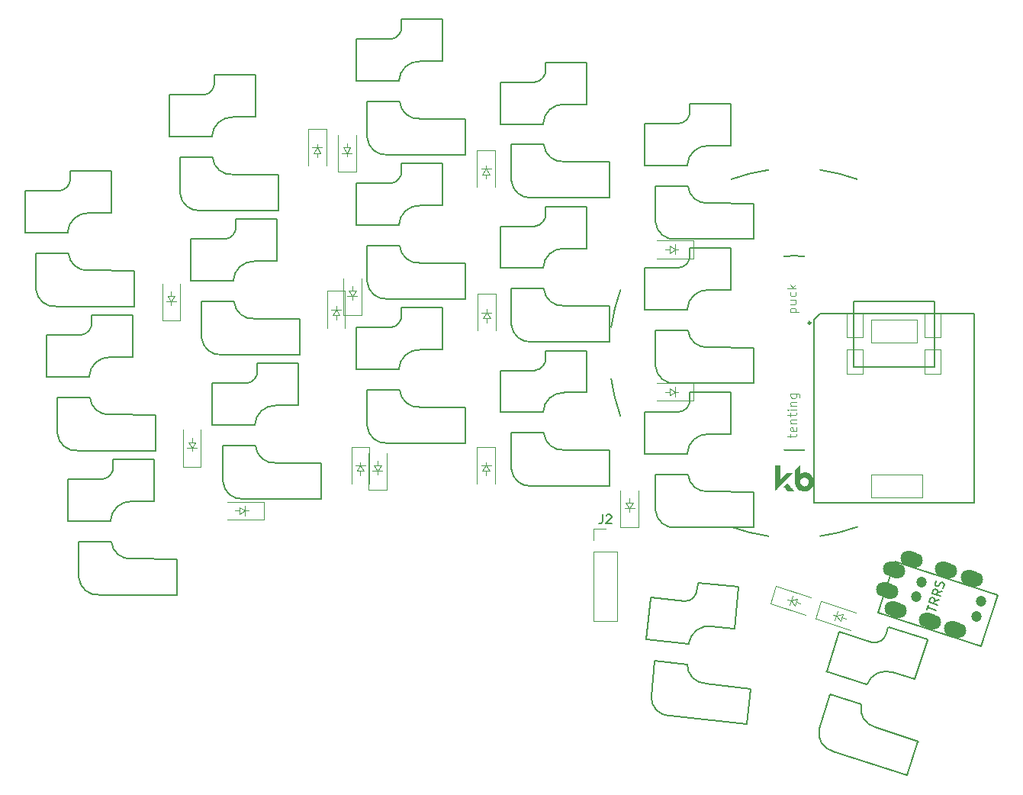
<source format=gto>
%TF.GenerationSoftware,KiCad,Pcbnew,(6.0.8)*%
%TF.CreationDate,2022-10-28T13:14:18+09:00*%
%TF.ProjectId,selen-full_narrow,73656c65-6e2d-4667-956c-6c5f6e617272,rev?*%
%TF.SameCoordinates,Original*%
%TF.FileFunction,Legend,Top*%
%TF.FilePolarity,Positive*%
%FSLAX46Y46*%
G04 Gerber Fmt 4.6, Leading zero omitted, Abs format (unit mm)*
G04 Created by KiCad (PCBNEW (6.0.8)) date 2022-10-28 13:14:18*
%MOMM*%
%LPD*%
G01*
G04 APERTURE LIST*
G04 Aperture macros list*
%AMHorizOval*
0 Thick line with rounded ends*
0 $1 width*
0 $2 $3 position (X,Y) of the first rounded end (center of the circle)*
0 $4 $5 position (X,Y) of the second rounded end (center of the circle)*
0 Add line between two ends*
20,1,$1,$2,$3,$4,$5,0*
0 Add two circle primitives to create the rounded ends*
1,1,$1,$2,$3*
1,1,$1,$4,$5*%
G04 Aperture macros list end*
%ADD10C,0.150000*%
%ADD11C,0.100000*%
%ADD12C,0.120000*%
%ADD13C,0.200000*%
%ADD14C,0.010000*%
%ADD15C,0.066040*%
%ADD16C,0.127000*%
%ADD17C,0.254000*%
%ADD18C,1.200000*%
%ADD19HorizOval,1.700000X-0.380423X0.123607X0.380423X-0.123607X0*%
G04 APERTURE END LIST*
D10*
%TO.C,J2*%
X168366666Y-117122380D02*
X168366666Y-117836666D01*
X168319047Y-117979523D01*
X168223809Y-118074761D01*
X168080952Y-118122380D01*
X167985714Y-118122380D01*
X168795238Y-117217619D02*
X168842857Y-117170000D01*
X168938095Y-117122380D01*
X169176190Y-117122380D01*
X169271428Y-117170000D01*
X169319047Y-117217619D01*
X169366666Y-117312857D01*
X169366666Y-117408095D01*
X169319047Y-117550952D01*
X168747619Y-118122380D01*
X169366666Y-118122380D01*
D11*
%TO.C,REF\u002A\u002A*%
X189245214Y-108558000D02*
X189245214Y-108177047D01*
X188911880Y-108415142D02*
X189769023Y-108415142D01*
X189864261Y-108367523D01*
X189911880Y-108272285D01*
X189911880Y-108177047D01*
X189864261Y-107462761D02*
X189911880Y-107558000D01*
X189911880Y-107748476D01*
X189864261Y-107843714D01*
X189769023Y-107891333D01*
X189388071Y-107891333D01*
X189292833Y-107843714D01*
X189245214Y-107748476D01*
X189245214Y-107558000D01*
X189292833Y-107462761D01*
X189388071Y-107415142D01*
X189483309Y-107415142D01*
X189578547Y-107891333D01*
X189245214Y-106986571D02*
X189911880Y-106986571D01*
X189340452Y-106986571D02*
X189292833Y-106938952D01*
X189245214Y-106843714D01*
X189245214Y-106700857D01*
X189292833Y-106605619D01*
X189388071Y-106558000D01*
X189911880Y-106558000D01*
X189245214Y-106224666D02*
X189245214Y-105843714D01*
X188911880Y-106081809D02*
X189769023Y-106081809D01*
X189864261Y-106034190D01*
X189911880Y-105938952D01*
X189911880Y-105843714D01*
X189911880Y-105510380D02*
X189245214Y-105510380D01*
X188911880Y-105510380D02*
X188959500Y-105558000D01*
X189007119Y-105510380D01*
X188959500Y-105462761D01*
X188911880Y-105510380D01*
X189007119Y-105510380D01*
X189245214Y-105034190D02*
X189911880Y-105034190D01*
X189340452Y-105034190D02*
X189292833Y-104986571D01*
X189245214Y-104891333D01*
X189245214Y-104748476D01*
X189292833Y-104653238D01*
X189388071Y-104605619D01*
X189911880Y-104605619D01*
X189245214Y-103700857D02*
X190054738Y-103700857D01*
X190149976Y-103748476D01*
X190197595Y-103796095D01*
X190245214Y-103891333D01*
X190245214Y-104034190D01*
X190197595Y-104129428D01*
X189864261Y-103700857D02*
X189911880Y-103796095D01*
X189911880Y-103986571D01*
X189864261Y-104081809D01*
X189816642Y-104129428D01*
X189721404Y-104177047D01*
X189435690Y-104177047D01*
X189340452Y-104129428D01*
X189292833Y-104081809D01*
X189245214Y-103986571D01*
X189245214Y-103796095D01*
X189292833Y-103700857D01*
X189181714Y-94667500D02*
X190181714Y-94667500D01*
X189229333Y-94667500D02*
X189181714Y-94572261D01*
X189181714Y-94381785D01*
X189229333Y-94286547D01*
X189276952Y-94238928D01*
X189372190Y-94191309D01*
X189657904Y-94191309D01*
X189753142Y-94238928D01*
X189800761Y-94286547D01*
X189848380Y-94381785D01*
X189848380Y-94572261D01*
X189800761Y-94667500D01*
X189181714Y-93334166D02*
X189848380Y-93334166D01*
X189181714Y-93762738D02*
X189705523Y-93762738D01*
X189800761Y-93715119D01*
X189848380Y-93619880D01*
X189848380Y-93477023D01*
X189800761Y-93381785D01*
X189753142Y-93334166D01*
X189800761Y-92429404D02*
X189848380Y-92524642D01*
X189848380Y-92715119D01*
X189800761Y-92810357D01*
X189753142Y-92857976D01*
X189657904Y-92905595D01*
X189372190Y-92905595D01*
X189276952Y-92857976D01*
X189229333Y-92810357D01*
X189181714Y-92715119D01*
X189181714Y-92524642D01*
X189229333Y-92429404D01*
X189848380Y-92000833D02*
X188848380Y-92000833D01*
X189467428Y-91905595D02*
X189848380Y-91619880D01*
X189181714Y-91619880D02*
X189562666Y-92000833D01*
D10*
%TO.C,J1*%
X204341280Y-127686271D02*
X204517861Y-127142810D01*
X205380627Y-127723557D02*
X204429571Y-127414540D01*
X205748505Y-126591347D02*
X205192615Y-126761215D01*
X205571924Y-127134808D02*
X204620867Y-126825791D01*
X204738588Y-126463484D01*
X204813306Y-126387622D01*
X204873310Y-126357049D01*
X204978602Y-126341191D01*
X205114467Y-126385336D01*
X205190329Y-126460055D01*
X205220902Y-126520058D01*
X205236760Y-126625350D01*
X205119040Y-126987657D01*
X206057522Y-125640291D02*
X205501632Y-125810159D01*
X205880941Y-126183752D02*
X204929884Y-125874735D01*
X205047605Y-125512427D01*
X205122323Y-125436566D01*
X205182327Y-125405992D01*
X205287619Y-125390134D01*
X205423484Y-125434279D01*
X205499346Y-125508998D01*
X205529919Y-125569002D01*
X205545777Y-125674293D01*
X205428057Y-126036601D01*
X206129954Y-125263268D02*
X206219388Y-125142118D01*
X206292963Y-124915676D01*
X206277105Y-124810384D01*
X206246532Y-124750381D01*
X206170670Y-124675662D01*
X206080093Y-124646232D01*
X205974801Y-124662090D01*
X205914798Y-124692664D01*
X205840079Y-124768525D01*
X205735930Y-124934964D01*
X205661212Y-125010826D01*
X205601208Y-125041399D01*
X205495916Y-125057257D01*
X205405340Y-125027827D01*
X205329478Y-124953108D01*
X205298905Y-124893105D01*
X205283046Y-124787813D01*
X205356622Y-124561371D01*
X205446056Y-124440221D01*
D12*
%TO.C,D9*%
X155900000Y-95300000D02*
X155100000Y-95300000D01*
X156500000Y-92600000D02*
X154500000Y-92600000D01*
X156050000Y-94700000D02*
X154950000Y-94700000D01*
X156500000Y-92650000D02*
X156500000Y-96700000D01*
X155500000Y-95300000D02*
X155500000Y-95800000D01*
X155500000Y-94700000D02*
X155500000Y-94300000D01*
X155100000Y-95300000D02*
X155500000Y-94700000D01*
X154500000Y-92650000D02*
X154500000Y-96700000D01*
X155500000Y-94700000D02*
X155900000Y-95300000D01*
%TO.C,D4*%
X155448000Y-78772000D02*
X155448000Y-78372000D01*
X155848000Y-79372000D02*
X155048000Y-79372000D01*
X155998000Y-78772000D02*
X154898000Y-78772000D01*
X155448000Y-78772000D02*
X155848000Y-79372000D01*
X156448000Y-76672000D02*
X154448000Y-76672000D01*
X156448000Y-76722000D02*
X156448000Y-80772000D01*
X155048000Y-79372000D02*
X155448000Y-78772000D01*
X154448000Y-76722000D02*
X154448000Y-80772000D01*
X155448000Y-79372000D02*
X155448000Y-79872000D01*
%TO.C,D12*%
X141900000Y-112300000D02*
X141100000Y-112300000D01*
X141100000Y-112300000D02*
X141500000Y-111700000D01*
X141500000Y-112300000D02*
X141500000Y-112800000D01*
X142500000Y-109650000D02*
X142500000Y-113700000D01*
X140500000Y-109650000D02*
X140500000Y-113700000D01*
X141500000Y-111700000D02*
X141500000Y-111300000D01*
X142500000Y-109600000D02*
X140500000Y-109600000D01*
X141500000Y-111700000D02*
X141900000Y-112300000D01*
X142050000Y-111700000D02*
X140950000Y-111700000D01*
%TO.C,D17*%
X192632579Y-126751072D02*
X192014545Y-128653185D01*
X192062098Y-128668636D02*
X195913877Y-129920154D01*
X194320781Y-128351064D02*
X195015022Y-128156051D01*
X194891415Y-128536474D02*
X195366943Y-128690983D01*
X194490740Y-127827983D02*
X194150822Y-128874145D01*
X192680132Y-126766523D02*
X196531911Y-128018041D01*
X194320781Y-128351064D02*
X193940358Y-128227457D01*
X195015022Y-128156051D02*
X194767808Y-128916897D01*
X194767808Y-128916897D02*
X194320781Y-128351064D01*
D10*
%TO.C,SW1*%
X113853000Y-78996500D02*
X109303000Y-78996500D01*
X108078000Y-81196500D02*
X104303000Y-81196500D01*
X105478000Y-88117500D02*
X109088000Y-88117500D01*
X109298000Y-79721500D02*
X109298000Y-79021500D01*
X116378000Y-90071500D02*
X111328000Y-90025500D01*
X116378000Y-90117500D02*
X116378000Y-94025500D01*
X105478000Y-92071500D02*
X105478000Y-88126500D01*
X104303000Y-85821500D02*
X104278000Y-81221500D01*
X109003000Y-85846500D02*
X104303000Y-85846500D01*
X116378000Y-94025500D02*
X107753000Y-94025500D01*
X113853000Y-83646500D02*
X111303000Y-83646500D01*
X113878000Y-83621500D02*
X113878000Y-79021500D01*
X108078000Y-81191500D02*
G75*
G03*
X109298000Y-79771500I-100000J1320000D01*
G01*
X111378000Y-83651500D02*
G75*
G03*
X109008000Y-85821500I-100000J-2270000D01*
G01*
X105489000Y-92141500D02*
G75*
G03*
X107753000Y-94025500I2074000J190000D01*
G01*
X109093000Y-88141500D02*
G75*
G03*
X111353000Y-90021500I2070000J190000D01*
G01*
%TO.C,SW13*%
X142241000Y-107243750D02*
X142241000Y-103298750D01*
X142241000Y-103289750D02*
X145851000Y-103289750D01*
X150616000Y-94168750D02*
X146066000Y-94168750D01*
X150641000Y-98793750D02*
X150641000Y-94193750D01*
X153141000Y-105289750D02*
X153141000Y-109197750D01*
X144841000Y-96368750D02*
X141066000Y-96368750D01*
X153141000Y-105243750D02*
X148091000Y-105197750D01*
X150616000Y-98818750D02*
X148066000Y-98818750D01*
X153141000Y-109197750D02*
X144516000Y-109197750D01*
X145766000Y-101018750D02*
X141066000Y-101018750D01*
X146061000Y-94893750D02*
X146061000Y-94193750D01*
X141066000Y-100993750D02*
X141041000Y-96393750D01*
X145856000Y-103313750D02*
G75*
G03*
X148116000Y-105193750I2070000J190000D01*
G01*
X148141000Y-98823750D02*
G75*
G03*
X145771000Y-100993750I-100000J-2270000D01*
G01*
X142252000Y-107313750D02*
G75*
G03*
X144516000Y-109197750I2074000J190000D01*
G01*
X144841000Y-96363750D02*
G75*
G03*
X146061000Y-94943750I-100000J1320000D01*
G01*
D12*
%TO.C,D15*%
X172350000Y-118500000D02*
X172350000Y-114450000D01*
X171350000Y-115850000D02*
X171350000Y-115350000D01*
X171750000Y-115850000D02*
X171350000Y-116450000D01*
X171350000Y-116450000D02*
X170950000Y-115850000D01*
X170350000Y-118550000D02*
X172350000Y-118550000D01*
X170350000Y-118500000D02*
X170350000Y-114450000D01*
X171350000Y-116450000D02*
X171350000Y-116850000D01*
X170800000Y-116450000D02*
X171900000Y-116450000D01*
X170950000Y-115850000D02*
X171750000Y-115850000D01*
%TO.C,D8*%
X139600000Y-94950000D02*
X139600000Y-90900000D01*
X140600000Y-92900000D02*
X140600000Y-93300000D01*
X140200000Y-92300000D02*
X141000000Y-92300000D01*
X139600000Y-95000000D02*
X141600000Y-95000000D01*
X140600000Y-92900000D02*
X140200000Y-92300000D01*
X141000000Y-92300000D02*
X140600000Y-92900000D01*
X140050000Y-92900000D02*
X141150000Y-92900000D01*
X141600000Y-94950000D02*
X141600000Y-90900000D01*
X140600000Y-92300000D02*
X140600000Y-91800000D01*
%TO.C,J2*%
X167370000Y-128950000D02*
X170030000Y-128950000D01*
X167370000Y-121270000D02*
X170030000Y-121270000D01*
X167370000Y-120000000D02*
X167370000Y-118670000D01*
X167370000Y-118670000D02*
X168700000Y-118670000D01*
X170030000Y-121270000D02*
X170030000Y-128950000D01*
X167370000Y-121270000D02*
X167370000Y-128950000D01*
D10*
%TO.C,SW7*%
X127679750Y-85085000D02*
X127679750Y-84385000D01*
X134759750Y-95435000D02*
X129709750Y-95389000D01*
X127384750Y-91210000D02*
X122684750Y-91210000D01*
X134759750Y-99389000D02*
X126134750Y-99389000D01*
X123859750Y-93481000D02*
X127469750Y-93481000D01*
X134759750Y-95481000D02*
X134759750Y-99389000D01*
X123859750Y-97435000D02*
X123859750Y-93490000D01*
X132234750Y-89010000D02*
X129684750Y-89010000D01*
X132234750Y-84360000D02*
X127684750Y-84360000D01*
X122684750Y-91185000D02*
X122659750Y-86585000D01*
X132259750Y-88985000D02*
X132259750Y-84385000D01*
X126459750Y-86560000D02*
X122684750Y-86560000D01*
X123870750Y-97505000D02*
G75*
G03*
X126134750Y-99389000I2074000J190000D01*
G01*
X129759750Y-89015000D02*
G75*
G03*
X127389750Y-91185000I-100000J-2270000D01*
G01*
X126459750Y-86555000D02*
G75*
G03*
X127679750Y-85135000I-100000J1320000D01*
G01*
X127474750Y-93505000D02*
G75*
G03*
X129734750Y-95385000I2070000J190000D01*
G01*
D12*
%TO.C,D11*%
X128700000Y-117250000D02*
X128700000Y-116150000D01*
X128100000Y-117100000D02*
X128100000Y-116300000D01*
X130800000Y-117700000D02*
X130800000Y-115700000D01*
X130750000Y-115700000D02*
X126700000Y-115700000D01*
X128100000Y-116300000D02*
X128700000Y-116700000D01*
X128700000Y-116700000D02*
X128100000Y-117100000D01*
X130750000Y-117700000D02*
X126700000Y-117700000D01*
X128700000Y-116700000D02*
X129100000Y-116700000D01*
X128100000Y-116700000D02*
X127600000Y-116700000D01*
D10*
%TO.C,SW6*%
X111384750Y-101846500D02*
X106684750Y-101846500D01*
X118759750Y-110025500D02*
X110134750Y-110025500D01*
X116259750Y-99621500D02*
X116259750Y-95021500D01*
X107859750Y-108071500D02*
X107859750Y-104126500D01*
X110459750Y-97196500D02*
X106684750Y-97196500D01*
X116234750Y-94996500D02*
X111684750Y-94996500D01*
X106684750Y-101821500D02*
X106659750Y-97221500D01*
X107859750Y-104117500D02*
X111469750Y-104117500D01*
X111679750Y-95721500D02*
X111679750Y-95021500D01*
X118759750Y-106071500D02*
X113709750Y-106025500D01*
X118759750Y-106117500D02*
X118759750Y-110025500D01*
X116234750Y-99646500D02*
X113684750Y-99646500D01*
X107870750Y-108141500D02*
G75*
G03*
X110134750Y-110025500I2074000J190000D01*
G01*
X110459750Y-97191500D02*
G75*
G03*
X111679750Y-95771500I-100000J1320000D01*
G01*
X111474750Y-104141500D02*
G75*
G03*
X113734750Y-106021500I2070000J190000D01*
G01*
X113759750Y-99651500D02*
G75*
G03*
X111389750Y-101821500I-100000J-2270000D01*
G01*
%TO.C,SW11*%
X118616000Y-110996250D02*
X114066000Y-110996250D01*
X118641000Y-115621250D02*
X118641000Y-111021250D01*
X114061000Y-111721250D02*
X114061000Y-111021250D01*
X109066000Y-117821250D02*
X109041000Y-113221250D01*
X110241000Y-120117250D02*
X113851000Y-120117250D01*
X121141000Y-122071250D02*
X116091000Y-122025250D01*
X112841000Y-113196250D02*
X109066000Y-113196250D01*
X121141000Y-126025250D02*
X112516000Y-126025250D01*
X118616000Y-115646250D02*
X116066000Y-115646250D01*
X113766000Y-117846250D02*
X109066000Y-117846250D01*
X121141000Y-122117250D02*
X121141000Y-126025250D01*
X110241000Y-124071250D02*
X110241000Y-120126250D01*
X110252000Y-124141250D02*
G75*
G03*
X112516000Y-126025250I2074000J190000D01*
G01*
X116141000Y-115651250D02*
G75*
G03*
X113771000Y-117821250I-100000J-2270000D01*
G01*
X112841000Y-113191250D02*
G75*
G03*
X114061000Y-111771250I-100000J1320000D01*
G01*
X113856000Y-120141250D02*
G75*
G03*
X116116000Y-122021250I2070000J190000D01*
G01*
%TO.C,SW8*%
X144841000Y-80368750D02*
X141066000Y-80368750D01*
X146061000Y-78893750D02*
X146061000Y-78193750D01*
X150616000Y-78168750D02*
X146066000Y-78168750D01*
X145766000Y-85018750D02*
X141066000Y-85018750D01*
X153141000Y-93197750D02*
X144516000Y-93197750D01*
X150616000Y-82818750D02*
X148066000Y-82818750D01*
X141066000Y-84993750D02*
X141041000Y-80393750D01*
X142241000Y-87289750D02*
X145851000Y-87289750D01*
X150641000Y-82793750D02*
X150641000Y-78193750D01*
X153141000Y-89243750D02*
X148091000Y-89197750D01*
X142241000Y-91243750D02*
X142241000Y-87298750D01*
X153141000Y-89289750D02*
X153141000Y-93197750D01*
X142252000Y-91313750D02*
G75*
G03*
X144516000Y-93197750I2074000J190000D01*
G01*
X145856000Y-87313750D02*
G75*
G03*
X148116000Y-89193750I2070000J190000D01*
G01*
X148141000Y-82823750D02*
G75*
G03*
X145771000Y-84993750I-100000J-2270000D01*
G01*
X144841000Y-80363750D02*
G75*
G03*
X146061000Y-78943750I-100000J1320000D01*
G01*
%TO.C,SW10*%
X182640000Y-92159750D02*
X182640000Y-87559750D01*
X174240000Y-96655750D02*
X177850000Y-96655750D01*
X177765000Y-94384750D02*
X173065000Y-94384750D01*
X176840000Y-89734750D02*
X173065000Y-89734750D01*
X185140000Y-102563750D02*
X176515000Y-102563750D01*
X174240000Y-100609750D02*
X174240000Y-96664750D01*
X185140000Y-98609750D02*
X180090000Y-98563750D01*
X182615000Y-87534750D02*
X178065000Y-87534750D01*
X178060000Y-88259750D02*
X178060000Y-87559750D01*
X173065000Y-94359750D02*
X173040000Y-89759750D01*
X185140000Y-98655750D02*
X185140000Y-102563750D01*
X182615000Y-92184750D02*
X180065000Y-92184750D01*
X176840000Y-89729750D02*
G75*
G03*
X178060000Y-88309750I-100000J1320000D01*
G01*
X180140000Y-92189750D02*
G75*
G03*
X177770000Y-94359750I-100000J-2270000D01*
G01*
X177855000Y-96679750D02*
G75*
G03*
X180115000Y-98559750I2070000J190000D01*
G01*
X174251000Y-100679750D02*
G75*
G03*
X176515000Y-102563750I2074000J190000D01*
G01*
%TO.C,SW15*%
X176840000Y-105735000D02*
X173065000Y-105735000D01*
X182615000Y-103535000D02*
X178065000Y-103535000D01*
X185140000Y-114610000D02*
X180090000Y-114564000D01*
X177765000Y-110385000D02*
X173065000Y-110385000D01*
X185140000Y-114656000D02*
X185140000Y-118564000D01*
X174240000Y-116610000D02*
X174240000Y-112665000D01*
X185140000Y-118564000D02*
X176515000Y-118564000D01*
X174240000Y-112656000D02*
X177850000Y-112656000D01*
X173065000Y-110360000D02*
X173040000Y-105760000D01*
X182615000Y-108185000D02*
X180065000Y-108185000D01*
X182640000Y-108160000D02*
X182640000Y-103560000D01*
X178060000Y-104260000D02*
X178060000Y-103560000D01*
X177855000Y-112680000D02*
G75*
G03*
X180115000Y-114560000I2070000J190000D01*
G01*
X176840000Y-105730000D02*
G75*
G03*
X178060000Y-104310000I-100000J1320000D01*
G01*
X180140000Y-108190000D02*
G75*
G03*
X177770000Y-110360000I-100000J-2270000D01*
G01*
X174251000Y-116680000D02*
G75*
G03*
X176515000Y-118564000I2074000J190000D01*
G01*
%TO.C,SW3*%
X150641000Y-66793750D02*
X150641000Y-62193750D01*
X153141000Y-77197750D02*
X144516000Y-77197750D01*
X142241000Y-71289750D02*
X145851000Y-71289750D01*
X141066000Y-68993750D02*
X141041000Y-64393750D01*
X153141000Y-73289750D02*
X153141000Y-77197750D01*
X150616000Y-66818750D02*
X148066000Y-66818750D01*
X145766000Y-69018750D02*
X141066000Y-69018750D01*
X144841000Y-64368750D02*
X141066000Y-64368750D01*
X142241000Y-75243750D02*
X142241000Y-71298750D01*
X153141000Y-73243750D02*
X148091000Y-73197750D01*
X150616000Y-62168750D02*
X146066000Y-62168750D01*
X146061000Y-62893750D02*
X146061000Y-62193750D01*
X142252000Y-75313750D02*
G75*
G03*
X144516000Y-77197750I2074000J190000D01*
G01*
X148141000Y-66823750D02*
G75*
G03*
X145771000Y-68993750I-100000J-2270000D01*
G01*
X145856000Y-71313750D02*
G75*
G03*
X148116000Y-73193750I2070000J190000D01*
G01*
X144841000Y-64363750D02*
G75*
G03*
X146061000Y-62943750I-100000J1320000D01*
G01*
%TO.C,SW16*%
X173766453Y-137282390D02*
X174178818Y-133359001D01*
X174179759Y-133350050D02*
X177769983Y-133727398D01*
X178856454Y-125399343D02*
X178929623Y-124703178D01*
X184402493Y-140365046D02*
X175824742Y-139463488D01*
X184815799Y-136432706D02*
X179798272Y-135859089D01*
X177922833Y-131459954D02*
X173248580Y-130968670D01*
X182976227Y-129778968D02*
X180440196Y-129512421D01*
X173251193Y-130943807D02*
X173707161Y-126366393D01*
X177488957Y-126738738D02*
X173734637Y-126344143D01*
X184810991Y-136478454D02*
X184402493Y-140365046D01*
X183462284Y-125154442D02*
X178937209Y-124678837D01*
X183003703Y-129756719D02*
X183484534Y-125181918D01*
X173770076Y-137353156D02*
G75*
G03*
X175824742Y-139463488I2082499J-27833D01*
G01*
X177772448Y-133751789D02*
G75*
G03*
X179823553Y-135857724I2078520J-27415D01*
G01*
X180514262Y-129525234D02*
G75*
G03*
X177930419Y-131435613I-336732J-2247111D01*
G01*
X177489480Y-126733766D02*
G75*
G03*
X178851227Y-125449069I38525J1323222D01*
G01*
D12*
%TO.C,D3*%
X140000000Y-77000000D02*
X139600000Y-76400000D01*
X139000000Y-79100000D02*
X141000000Y-79100000D01*
X139600000Y-76400000D02*
X140400000Y-76400000D01*
X139000000Y-79050000D02*
X139000000Y-75000000D01*
X140000000Y-76400000D02*
X140000000Y-75900000D01*
X141000000Y-79050000D02*
X141000000Y-75000000D01*
X140000000Y-77000000D02*
X140000000Y-77400000D01*
X140400000Y-76400000D02*
X140000000Y-77000000D01*
X139450000Y-77000000D02*
X140550000Y-77000000D01*
%TO.C,D5*%
X178450000Y-88700000D02*
X174400000Y-88700000D01*
X175800000Y-88100000D02*
X175800000Y-87300000D01*
X176400000Y-87700000D02*
X175800000Y-88100000D01*
X175800000Y-87700000D02*
X175300000Y-87700000D01*
X178500000Y-88700000D02*
X178500000Y-86700000D01*
X178450000Y-86700000D02*
X174400000Y-86700000D01*
X176400000Y-87700000D02*
X176800000Y-87700000D01*
X175800000Y-87300000D02*
X176400000Y-87700000D01*
X176400000Y-88250000D02*
X176400000Y-87150000D01*
%TO.C,D1*%
X120500000Y-92900000D02*
X120500000Y-92400000D01*
X120100000Y-92900000D02*
X120900000Y-92900000D01*
X119500000Y-95600000D02*
X121500000Y-95600000D01*
X120900000Y-92900000D02*
X120500000Y-93500000D01*
X121500000Y-95550000D02*
X121500000Y-91500000D01*
X120500000Y-93500000D02*
X120100000Y-92900000D01*
X120500000Y-93500000D02*
X120500000Y-93900000D01*
X119950000Y-93500000D02*
X121050000Y-93500000D01*
X119500000Y-95550000D02*
X119500000Y-91500000D01*
D10*
%TO.C,SW2*%
X121478500Y-77481000D02*
X125088500Y-77481000D01*
X121478500Y-81435000D02*
X121478500Y-77490000D01*
X132378500Y-79435000D02*
X127328500Y-79389000D01*
X129878500Y-72985000D02*
X129878500Y-68385000D01*
X129853500Y-68360000D02*
X125303500Y-68360000D01*
X125003500Y-75210000D02*
X120303500Y-75210000D01*
X132378500Y-83389000D02*
X123753500Y-83389000D01*
X125298500Y-69085000D02*
X125298500Y-68385000D01*
X132378500Y-79481000D02*
X132378500Y-83389000D01*
X124078500Y-70560000D02*
X120303500Y-70560000D01*
X129853500Y-73010000D02*
X127303500Y-73010000D01*
X120303500Y-75185000D02*
X120278500Y-70585000D01*
X124078500Y-70555000D02*
G75*
G03*
X125298500Y-69135000I-100000J1320000D01*
G01*
X127378500Y-73015000D02*
G75*
G03*
X125008500Y-75185000I-100000J-2270000D01*
G01*
X121489500Y-81505000D02*
G75*
G03*
X123753500Y-83389000I2074000J190000D01*
G01*
X125093500Y-77505000D02*
G75*
G03*
X127353500Y-79385000I2070000J190000D01*
G01*
D13*
%TO.C,REF\u002A\u002A*%
X189650000Y-88405000D02*
G75*
G03*
X188521615Y-88464136I-6J-10794921D01*
G01*
X192507500Y-119520000D02*
G75*
G03*
X196658047Y-118486134I-2857500J20320000D01*
G01*
X188521615Y-109935864D02*
G75*
G03*
X189650000Y-109995000I1128379J10735785D01*
G01*
X190778385Y-88464137D02*
G75*
G03*
X189650000Y-88405000I-1128385J-10735763D01*
G01*
X186792500Y-78880000D02*
G75*
G03*
X182641952Y-79913866I2857496J-20319983D01*
G01*
X170363866Y-92191952D02*
G75*
G03*
X169330000Y-96342500I19286117J-7008044D01*
G01*
X196658047Y-79913866D02*
G75*
G03*
X192507500Y-78880000I-7008047J-19286134D01*
G01*
X169330000Y-102057500D02*
G75*
G03*
X170363866Y-106208047I20319953J2857490D01*
G01*
X189650000Y-109995001D02*
G75*
G03*
X190778385Y-109935864I0J10794901D01*
G01*
X182641954Y-118486135D02*
G75*
G03*
X186792500Y-119520000I7008046J19286135D01*
G01*
G36*
X188023245Y-113281867D02*
G01*
X188826191Y-112479167D01*
X189114559Y-112482261D01*
X189402927Y-112485354D01*
X188555703Y-113345491D01*
X188437778Y-113465214D01*
X188322979Y-113581763D01*
X188212525Y-113693903D01*
X188107633Y-113800396D01*
X188009521Y-113900007D01*
X187919406Y-113991500D01*
X187838507Y-114073637D01*
X187768040Y-114145182D01*
X187709224Y-114204900D01*
X187663277Y-114251554D01*
X187631416Y-114283907D01*
X187617635Y-114297903D01*
X187526791Y-114390179D01*
X187526791Y-111648309D01*
X188023245Y-111648309D01*
X188023245Y-113281867D01*
G37*
D14*
X188023245Y-113281867D02*
X188826191Y-112479167D01*
X189114559Y-112482261D01*
X189402927Y-112485354D01*
X188555703Y-113345491D01*
X188437778Y-113465214D01*
X188322979Y-113581763D01*
X188212525Y-113693903D01*
X188107633Y-113800396D01*
X188009521Y-113900007D01*
X187919406Y-113991500D01*
X187838507Y-114073637D01*
X187768040Y-114145182D01*
X187709224Y-114204900D01*
X187663277Y-114251554D01*
X187631416Y-114283907D01*
X187617635Y-114297903D01*
X187526791Y-114390179D01*
X187526791Y-111648309D01*
X188023245Y-111648309D01*
X188023245Y-113281867D01*
G36*
X189723889Y-113384589D02*
G01*
X189722486Y-113277960D01*
X189721442Y-113155304D01*
X189720778Y-113018032D01*
X189720517Y-112867558D01*
X189720514Y-112855822D01*
X189720427Y-112164108D01*
X190228131Y-111654082D01*
X190228279Y-112147650D01*
X190228471Y-112251890D01*
X190228960Y-112348635D01*
X190229710Y-112435521D01*
X190230686Y-112510183D01*
X190231855Y-112570258D01*
X190233182Y-112613381D01*
X190234631Y-112637188D01*
X190235539Y-112641218D01*
X190247970Y-112634904D01*
X190272816Y-112618561D01*
X190296950Y-112601359D01*
X190411647Y-112530637D01*
X190533863Y-112481533D01*
X190664246Y-112453857D01*
X190803447Y-112447419D01*
X190821259Y-112448087D01*
X190910894Y-112454639D01*
X190987377Y-112466576D01*
X191059029Y-112486068D01*
X191134167Y-112515285D01*
X191204018Y-112547924D01*
X191331951Y-112623217D01*
X191444871Y-112715197D01*
X191541765Y-112822186D01*
X191621623Y-112942511D01*
X191683433Y-113074496D01*
X191726185Y-113216465D01*
X191748866Y-113366744D01*
X191752427Y-113456414D01*
X191742136Y-113608892D01*
X191710780Y-113753456D01*
X191657635Y-113892692D01*
X191600380Y-113999611D01*
X191514668Y-114119904D01*
X191413055Y-114224753D01*
X191297722Y-114313075D01*
X191170847Y-114383789D01*
X191034611Y-114435812D01*
X190891192Y-114468065D01*
X190742771Y-114479464D01*
X190642525Y-114474981D01*
X190497917Y-114450100D01*
X190357349Y-114403825D01*
X190224176Y-114337846D01*
X190101756Y-114253849D01*
X189993444Y-114153523D01*
X189985050Y-114144357D01*
X189903919Y-114040237D01*
X189834227Y-113922055D01*
X189779061Y-113796192D01*
X189741508Y-113669032D01*
X189732639Y-113622582D01*
X189730026Y-113594187D01*
X189727681Y-113544115D01*
X189726212Y-113493781D01*
X190222550Y-113493781D01*
X190233122Y-113591330D01*
X190263554Y-113685349D01*
X190292208Y-113739494D01*
X190359142Y-113827777D01*
X190438623Y-113898654D01*
X190528055Y-113951147D01*
X190624841Y-113984279D01*
X190726382Y-113997073D01*
X190830083Y-113988552D01*
X190902910Y-113969264D01*
X190945907Y-113953178D01*
X190986812Y-113935818D01*
X191002979Y-113928042D01*
X191048265Y-113897038D01*
X191097588Y-113850844D01*
X191145645Y-113795388D01*
X191187130Y-113736594D01*
X191208618Y-113698267D01*
X191228799Y-113654021D01*
X191241444Y-113615413D01*
X191248801Y-113573121D01*
X191253119Y-113517818D01*
X191253401Y-113512528D01*
X191250033Y-113405283D01*
X191227177Y-113307391D01*
X191183525Y-113213968D01*
X191165755Y-113185439D01*
X191101213Y-113107535D01*
X191022396Y-113045365D01*
X190932760Y-112999869D01*
X190835761Y-112971991D01*
X190734857Y-112962671D01*
X190633505Y-112972853D01*
X190535159Y-113003478D01*
X190521156Y-113009764D01*
X190433204Y-113062713D01*
X190359214Y-113130927D01*
X190300171Y-113211273D01*
X190257058Y-113300620D01*
X190230856Y-113395833D01*
X190222550Y-113493781D01*
X189726212Y-113493781D01*
X189725628Y-113473778D01*
X189723889Y-113384589D01*
G37*
X189723889Y-113384589D02*
X189722486Y-113277960D01*
X189721442Y-113155304D01*
X189720778Y-113018032D01*
X189720517Y-112867558D01*
X189720514Y-112855822D01*
X189720427Y-112164108D01*
X190228131Y-111654082D01*
X190228279Y-112147650D01*
X190228471Y-112251890D01*
X190228960Y-112348635D01*
X190229710Y-112435521D01*
X190230686Y-112510183D01*
X190231855Y-112570258D01*
X190233182Y-112613381D01*
X190234631Y-112637188D01*
X190235539Y-112641218D01*
X190247970Y-112634904D01*
X190272816Y-112618561D01*
X190296950Y-112601359D01*
X190411647Y-112530637D01*
X190533863Y-112481533D01*
X190664246Y-112453857D01*
X190803447Y-112447419D01*
X190821259Y-112448087D01*
X190910894Y-112454639D01*
X190987377Y-112466576D01*
X191059029Y-112486068D01*
X191134167Y-112515285D01*
X191204018Y-112547924D01*
X191331951Y-112623217D01*
X191444871Y-112715197D01*
X191541765Y-112822186D01*
X191621623Y-112942511D01*
X191683433Y-113074496D01*
X191726185Y-113216465D01*
X191748866Y-113366744D01*
X191752427Y-113456414D01*
X191742136Y-113608892D01*
X191710780Y-113753456D01*
X191657635Y-113892692D01*
X191600380Y-113999611D01*
X191514668Y-114119904D01*
X191413055Y-114224753D01*
X191297722Y-114313075D01*
X191170847Y-114383789D01*
X191034611Y-114435812D01*
X190891192Y-114468065D01*
X190742771Y-114479464D01*
X190642525Y-114474981D01*
X190497917Y-114450100D01*
X190357349Y-114403825D01*
X190224176Y-114337846D01*
X190101756Y-114253849D01*
X189993444Y-114153523D01*
X189985050Y-114144357D01*
X189903919Y-114040237D01*
X189834227Y-113922055D01*
X189779061Y-113796192D01*
X189741508Y-113669032D01*
X189732639Y-113622582D01*
X189730026Y-113594187D01*
X189727681Y-113544115D01*
X189726212Y-113493781D01*
X190222550Y-113493781D01*
X190233122Y-113591330D01*
X190263554Y-113685349D01*
X190292208Y-113739494D01*
X190359142Y-113827777D01*
X190438623Y-113898654D01*
X190528055Y-113951147D01*
X190624841Y-113984279D01*
X190726382Y-113997073D01*
X190830083Y-113988552D01*
X190902910Y-113969264D01*
X190945907Y-113953178D01*
X190986812Y-113935818D01*
X191002979Y-113928042D01*
X191048265Y-113897038D01*
X191097588Y-113850844D01*
X191145645Y-113795388D01*
X191187130Y-113736594D01*
X191208618Y-113698267D01*
X191228799Y-113654021D01*
X191241444Y-113615413D01*
X191248801Y-113573121D01*
X191253119Y-113517818D01*
X191253401Y-113512528D01*
X191250033Y-113405283D01*
X191227177Y-113307391D01*
X191183525Y-113213968D01*
X191165755Y-113185439D01*
X191101213Y-113107535D01*
X191022396Y-113045365D01*
X190932760Y-112999869D01*
X190835761Y-112971991D01*
X190734857Y-112962671D01*
X190633505Y-112972853D01*
X190535159Y-113003478D01*
X190521156Y-113009764D01*
X190433204Y-113062713D01*
X190359214Y-113130927D01*
X190300171Y-113211273D01*
X190257058Y-113300620D01*
X190230856Y-113395833D01*
X190222550Y-113493781D01*
X189726212Y-113493781D01*
X189725628Y-113473778D01*
X189723889Y-113384589D01*
G36*
X188830025Y-113688398D02*
G01*
X188852728Y-113711261D01*
X188887207Y-113746792D01*
X188931476Y-113792884D01*
X188983543Y-113847430D01*
X189041422Y-113908324D01*
X189103121Y-113973459D01*
X189166654Y-114040729D01*
X189230029Y-114108027D01*
X189291259Y-114173246D01*
X189348355Y-114234281D01*
X189399327Y-114289024D01*
X189442187Y-114335369D01*
X189474945Y-114371209D01*
X189495613Y-114394438D01*
X189497906Y-114397129D01*
X189526207Y-114430764D01*
X188906193Y-114430764D01*
X188732843Y-114254695D01*
X188679101Y-114199952D01*
X188628818Y-114148439D01*
X188585002Y-114103259D01*
X188550656Y-114067513D01*
X188528788Y-114044304D01*
X188525611Y-114040812D01*
X188491729Y-114002997D01*
X188652764Y-113841653D01*
X188702477Y-113792198D01*
X188746701Y-113748873D01*
X188782848Y-113714160D01*
X188808330Y-113690540D01*
X188820559Y-113680492D01*
X188821090Y-113680309D01*
X188830025Y-113688398D01*
G37*
X188830025Y-113688398D02*
X188852728Y-113711261D01*
X188887207Y-113746792D01*
X188931476Y-113792884D01*
X188983543Y-113847430D01*
X189041422Y-113908324D01*
X189103121Y-113973459D01*
X189166654Y-114040729D01*
X189230029Y-114108027D01*
X189291259Y-114173246D01*
X189348355Y-114234281D01*
X189399327Y-114289024D01*
X189442187Y-114335369D01*
X189474945Y-114371209D01*
X189495613Y-114394438D01*
X189497906Y-114397129D01*
X189526207Y-114430764D01*
X188906193Y-114430764D01*
X188732843Y-114254695D01*
X188679101Y-114199952D01*
X188628818Y-114148439D01*
X188585002Y-114103259D01*
X188550656Y-114067513D01*
X188528788Y-114044304D01*
X188525611Y-114040812D01*
X188491729Y-114002997D01*
X188652764Y-113841653D01*
X188702477Y-113792198D01*
X188746701Y-113748873D01*
X188782848Y-113714160D01*
X188808330Y-113690540D01*
X188820559Y-113680492D01*
X188821090Y-113680309D01*
X188830025Y-113688398D01*
D10*
%TO.C,SW9*%
X166640500Y-87556250D02*
X166640500Y-82956250D01*
X162060500Y-83656250D02*
X162060500Y-82956250D01*
X160840500Y-85131250D02*
X157065500Y-85131250D01*
X161765500Y-89781250D02*
X157065500Y-89781250D01*
X169140500Y-94052250D02*
X169140500Y-97960250D01*
X166615500Y-87581250D02*
X164065500Y-87581250D01*
X169140500Y-97960250D02*
X160515500Y-97960250D01*
X169140500Y-94006250D02*
X164090500Y-93960250D01*
X157065500Y-89756250D02*
X157040500Y-85156250D01*
X166615500Y-82931250D02*
X162065500Y-82931250D01*
X158240500Y-96006250D02*
X158240500Y-92061250D01*
X158240500Y-92052250D02*
X161850500Y-92052250D01*
X164140500Y-87586250D02*
G75*
G03*
X161770500Y-89756250I-100000J-2270000D01*
G01*
X161855500Y-92076250D02*
G75*
G03*
X164115500Y-93956250I2070000J190000D01*
G01*
X158251500Y-96076250D02*
G75*
G03*
X160515500Y-97960250I2074000J190000D01*
G01*
X160840500Y-85126250D02*
G75*
G03*
X162060500Y-83706250I-100000J1320000D01*
G01*
%TO.C,SW5*%
X177765000Y-78384750D02*
X173065000Y-78384750D01*
X178060000Y-72259750D02*
X178060000Y-71559750D01*
X185140000Y-86563750D02*
X176515000Y-86563750D01*
X174240000Y-84609750D02*
X174240000Y-80664750D01*
X185140000Y-82609750D02*
X180090000Y-82563750D01*
X182615000Y-76184750D02*
X180065000Y-76184750D01*
X173065000Y-78359750D02*
X173040000Y-73759750D01*
X182615000Y-71534750D02*
X178065000Y-71534750D01*
X176840000Y-73734750D02*
X173065000Y-73734750D01*
X174240000Y-80655750D02*
X177850000Y-80655750D01*
X185140000Y-82655750D02*
X185140000Y-86563750D01*
X182640000Y-76159750D02*
X182640000Y-71559750D01*
X177855000Y-80679750D02*
G75*
G03*
X180115000Y-82559750I2070000J190000D01*
G01*
X174251000Y-84679750D02*
G75*
G03*
X176515000Y-86563750I2074000J190000D01*
G01*
X180140000Y-76189750D02*
G75*
G03*
X177770000Y-78359750I-100000J-2270000D01*
G01*
X176840000Y-73729750D02*
G75*
G03*
X178060000Y-72309750I-100000J1320000D01*
G01*
D12*
%TO.C,D16*%
X189853317Y-126842705D02*
X190328845Y-126997214D01*
X189729710Y-127223128D02*
X189282683Y-126657295D01*
X187594481Y-125057303D02*
X186976447Y-126959416D01*
X189976924Y-126462282D02*
X189729710Y-127223128D01*
X187024000Y-126974867D02*
X190875779Y-128226385D01*
X189452642Y-126134214D02*
X189112724Y-127180376D01*
X187642034Y-125072754D02*
X191493813Y-126324272D01*
X189282683Y-126657295D02*
X189976924Y-126462282D01*
X189282683Y-126657295D02*
X188902260Y-126533688D01*
%TO.C,D13*%
X143400000Y-112300000D02*
X143000000Y-111700000D01*
X144400000Y-114350000D02*
X144400000Y-110300000D01*
X142400000Y-114400000D02*
X144400000Y-114400000D01*
X142400000Y-114350000D02*
X142400000Y-110300000D01*
X143400000Y-112300000D02*
X143400000Y-112700000D01*
X143000000Y-111700000D02*
X143800000Y-111700000D01*
X143400000Y-111700000D02*
X143400000Y-111200000D01*
X142850000Y-112300000D02*
X143950000Y-112300000D01*
X143800000Y-111700000D02*
X143400000Y-112300000D01*
%TO.C,D10*%
X176400000Y-103500000D02*
X176800000Y-103500000D01*
X178450000Y-104500000D02*
X174400000Y-104500000D01*
X175800000Y-103100000D02*
X176400000Y-103500000D01*
X176400000Y-104050000D02*
X176400000Y-102950000D01*
X175800000Y-103900000D02*
X175800000Y-103100000D01*
X178500000Y-104500000D02*
X178500000Y-102500000D01*
X175800000Y-103500000D02*
X175300000Y-103500000D01*
X178450000Y-102500000D02*
X174400000Y-102500000D01*
X176400000Y-103500000D02*
X175800000Y-103900000D01*
D10*
%TO.C,SW17*%
X203024794Y-135399436D02*
X204446272Y-131024576D01*
X203409276Y-142306293D02*
X198620655Y-140702008D01*
X193646579Y-137079643D02*
X197079893Y-138195194D01*
X198258033Y-131300825D02*
X194667794Y-130134286D01*
X193238591Y-134532922D02*
X194636292Y-130150337D01*
X203395061Y-142350041D02*
X202187423Y-146066770D01*
X199874122Y-130275017D02*
X200090433Y-129609278D01*
X204430221Y-130993074D02*
X200102914Y-129587046D01*
X192424726Y-140840120D02*
X193643798Y-137088202D01*
X202993292Y-135415487D02*
X200568098Y-134627493D01*
X202187423Y-146066770D02*
X193984560Y-143401499D01*
X197700831Y-136009079D02*
X193230865Y-134556699D01*
X192413556Y-140910094D02*
G75*
G03*
X193984560Y-143401499I2031205J-460200D01*
G01*
X198259578Y-131296070D02*
G75*
G03*
X199858671Y-130322570I312796J1286297D01*
G01*
X200637882Y-134655425D02*
G75*
G03*
X197713312Y-135986847I-796574J-2127996D01*
G01*
X197077232Y-138219565D02*
G75*
G03*
X198645668Y-140705929I2027400J-458964D01*
G01*
%TO.C,SW12*%
X134616000Y-100360000D02*
X130066000Y-100360000D01*
X134641000Y-104985000D02*
X134641000Y-100385000D01*
X129766000Y-107210000D02*
X125066000Y-107210000D01*
X126241000Y-109481000D02*
X129851000Y-109481000D01*
X125066000Y-107185000D02*
X125041000Y-102585000D01*
X137141000Y-111435000D02*
X132091000Y-111389000D01*
X128841000Y-102560000D02*
X125066000Y-102560000D01*
X137141000Y-111481000D02*
X137141000Y-115389000D01*
X126241000Y-113435000D02*
X126241000Y-109490000D01*
X130061000Y-101085000D02*
X130061000Y-100385000D01*
X137141000Y-115389000D02*
X128516000Y-115389000D01*
X134616000Y-105010000D02*
X132066000Y-105010000D01*
X128841000Y-102555000D02*
G75*
G03*
X130061000Y-101135000I-100000J1320000D01*
G01*
X132141000Y-105015000D02*
G75*
G03*
X129771000Y-107185000I-100000J-2270000D01*
G01*
X129856000Y-109505000D02*
G75*
G03*
X132116000Y-111385000I2070000J190000D01*
G01*
X126252000Y-113505000D02*
G75*
G03*
X128516000Y-115389000I2074000J190000D01*
G01*
D12*
%TO.C,D14*%
X155048000Y-112300000D02*
X155448000Y-111700000D01*
X155448000Y-111700000D02*
X155848000Y-112300000D01*
X155848000Y-112300000D02*
X155048000Y-112300000D01*
X156448000Y-109650000D02*
X156448000Y-113700000D01*
X154448000Y-109650000D02*
X154448000Y-113700000D01*
X155448000Y-111700000D02*
X155448000Y-111300000D01*
X155448000Y-112300000D02*
X155448000Y-112800000D01*
X156448000Y-109600000D02*
X154448000Y-109600000D01*
X155998000Y-111700000D02*
X154898000Y-111700000D01*
D10*
%TO.C,J1*%
X200823481Y-122324903D02*
X212236159Y-126033106D01*
X198969379Y-128031242D02*
X200823481Y-122324903D01*
X212236159Y-126033106D02*
X210382057Y-131739446D01*
X210382057Y-131739446D02*
X198969379Y-128031242D01*
D12*
%TO.C,D2*%
X137100000Y-77000000D02*
X136300000Y-77000000D01*
X137250000Y-76400000D02*
X136150000Y-76400000D01*
X136700000Y-76400000D02*
X137100000Y-77000000D01*
X135700000Y-74350000D02*
X135700000Y-78400000D01*
X137700000Y-74350000D02*
X137700000Y-78400000D01*
X136300000Y-77000000D02*
X136700000Y-76400000D01*
X136700000Y-76400000D02*
X136700000Y-76000000D01*
X136700000Y-77000000D02*
X136700000Y-77500000D01*
X137700000Y-74300000D02*
X135700000Y-74300000D01*
D10*
%TO.C,SW14*%
X158240500Y-112006250D02*
X158240500Y-108061250D01*
X166615500Y-98931250D02*
X162065500Y-98931250D01*
X160840500Y-101131250D02*
X157065500Y-101131250D01*
X166640500Y-103556250D02*
X166640500Y-98956250D01*
X166615500Y-103581250D02*
X164065500Y-103581250D01*
X158240500Y-108052250D02*
X161850500Y-108052250D01*
X169140500Y-113960250D02*
X160515500Y-113960250D01*
X162060500Y-99656250D02*
X162060500Y-98956250D01*
X157065500Y-105756250D02*
X157040500Y-101156250D01*
X169140500Y-110006250D02*
X164090500Y-109960250D01*
X161765500Y-105781250D02*
X157065500Y-105781250D01*
X169140500Y-110052250D02*
X169140500Y-113960250D01*
X161855500Y-108076250D02*
G75*
G03*
X164115500Y-109956250I2070000J190000D01*
G01*
X164140500Y-103586250D02*
G75*
G03*
X161770500Y-105756250I-100000J-2270000D01*
G01*
X160840500Y-101126250D02*
G75*
G03*
X162060500Y-99706250I-100000J1320000D01*
G01*
X158251500Y-112076250D02*
G75*
G03*
X160515500Y-113960250I2074000J190000D01*
G01*
D12*
%TO.C,D7*%
X137800000Y-92350000D02*
X137800000Y-96400000D01*
X138400000Y-95000000D02*
X138800000Y-94400000D01*
X139800000Y-92350000D02*
X139800000Y-96400000D01*
X139200000Y-95000000D02*
X138400000Y-95000000D01*
X139800000Y-92300000D02*
X137800000Y-92300000D01*
X138800000Y-95000000D02*
X138800000Y-95500000D01*
X138800000Y-94400000D02*
X138800000Y-94000000D01*
X139350000Y-94400000D02*
X138250000Y-94400000D01*
X138800000Y-94400000D02*
X139200000Y-95000000D01*
D10*
%TO.C,SW4*%
X161765500Y-73781250D02*
X157065500Y-73781250D01*
X169140500Y-78006250D02*
X164090500Y-77960250D01*
X162060500Y-67656250D02*
X162060500Y-66956250D01*
X169140500Y-81960250D02*
X160515500Y-81960250D01*
X158240500Y-76052250D02*
X161850500Y-76052250D01*
X158240500Y-80006250D02*
X158240500Y-76061250D01*
X157065500Y-73756250D02*
X157040500Y-69156250D01*
X166615500Y-66931250D02*
X162065500Y-66931250D01*
X169140500Y-78052250D02*
X169140500Y-81960250D01*
X160840500Y-69131250D02*
X157065500Y-69131250D01*
X166640500Y-71556250D02*
X166640500Y-66956250D01*
X166615500Y-71581250D02*
X164065500Y-71581250D01*
X160840500Y-69126250D02*
G75*
G03*
X162060500Y-67706250I-100000J1320000D01*
G01*
X158251500Y-80076250D02*
G75*
G03*
X160515500Y-81960250I2074000J190000D01*
G01*
X164140500Y-71586250D02*
G75*
G03*
X161770500Y-73756250I-100000J-2270000D01*
G01*
X161855500Y-76076250D02*
G75*
G03*
X164115500Y-77956250I2070000J190000D01*
G01*
D15*
%TO.C,U1*%
X204157184Y-97434116D02*
X204157184Y-94767116D01*
X204157184Y-101500656D02*
X205935184Y-101500656D01*
D16*
X205231604Y-100779296D02*
X196232384Y-100779296D01*
X191838184Y-115849116D02*
X209635964Y-115849116D01*
D15*
X198188184Y-95529116D02*
X203268184Y-95529116D01*
D16*
X196232384Y-100779296D02*
X196232384Y-93425996D01*
D15*
X203903184Y-115214116D02*
X203903184Y-112674116D01*
X204157184Y-98831116D02*
X205935184Y-98831116D01*
X203268184Y-98069116D02*
X203268184Y-95529116D01*
X198188184Y-112674116D02*
X203903184Y-112674116D01*
X195521184Y-97434116D02*
X197299184Y-97434116D01*
X205935184Y-97434116D02*
X205935184Y-94767116D01*
D16*
X205231604Y-93425996D02*
X205231604Y-100779296D01*
D15*
X198188184Y-98069116D02*
X203268184Y-98069116D01*
X195521184Y-101500656D02*
X197299184Y-101500656D01*
X198188184Y-98069116D02*
X198188184Y-95529116D01*
X204157184Y-94767116D02*
X205935184Y-94767116D01*
X197299184Y-97434116D02*
X197299184Y-94767116D01*
D16*
X191838184Y-95521496D02*
X191838184Y-115849116D01*
D15*
X195521184Y-101500656D02*
X195521184Y-98831116D01*
D16*
X196237464Y-93425996D02*
X205231604Y-93425996D01*
D15*
X197299184Y-101500656D02*
X197299184Y-98831116D01*
X198188184Y-115214116D02*
X203903184Y-115214116D01*
X204157184Y-97434116D02*
X205935184Y-97434116D01*
X195521184Y-94767116D02*
X197299184Y-94767116D01*
X198188184Y-115214116D02*
X198188184Y-112674116D01*
X195521184Y-98831116D02*
X197299184Y-98831116D01*
X205935184Y-101500656D02*
X205935184Y-98831116D01*
D16*
X192508744Y-94850936D02*
X191838184Y-95521496D01*
X209635964Y-115849116D02*
X209635964Y-94850936D01*
D15*
X204157184Y-101500656D02*
X204157184Y-98831116D01*
D16*
X209635964Y-94850936D02*
X192508744Y-94850936D01*
D15*
X195521184Y-97434116D02*
X195521184Y-94767116D01*
D17*
X191465184Y-95849116D02*
G75*
G03*
X191465184Y-95849116I-127000J0D01*
G01*
D12*
%TO.C,D6*%
X122800000Y-109700000D02*
X122800000Y-110100000D01*
X122400000Y-109100000D02*
X123200000Y-109100000D01*
X121800000Y-111800000D02*
X123800000Y-111800000D01*
X122800000Y-109100000D02*
X122800000Y-108600000D01*
X123800000Y-111750000D02*
X123800000Y-107700000D01*
X123200000Y-109100000D02*
X122800000Y-109700000D01*
X122800000Y-109700000D02*
X122400000Y-109100000D01*
X122250000Y-109700000D02*
X123350000Y-109700000D01*
X121800000Y-111750000D02*
X121800000Y-107700000D01*
%TD*%
D18*
%TO.C,J1*%
X203765907Y-124595283D03*
X210423303Y-126758402D03*
X209882523Y-128422751D03*
X203225128Y-126259632D03*
D19*
X199978485Y-125572745D03*
X200735577Y-123242657D03*
X209360337Y-124204952D03*
X207521686Y-129863739D03*
X204668516Y-128936688D03*
X206507167Y-123277901D03*
X202702941Y-122041833D03*
X200864290Y-127700620D03*
%TD*%
M02*

</source>
